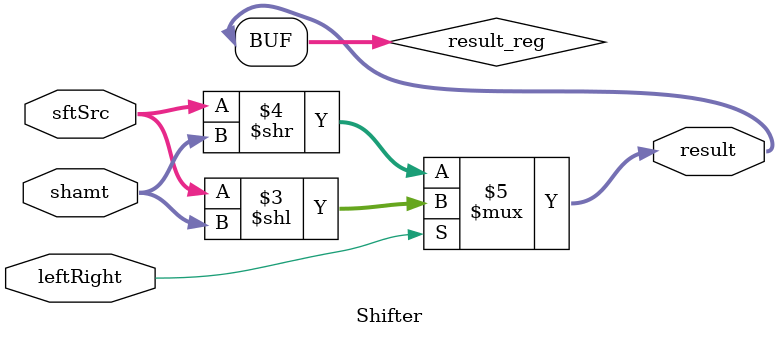
<source format=v>
module Shifter (
    result,
    leftRight,
    shamt,
    sftSrc
);

  //I/O ports
  output [32-1:0] result;

  input leftRight;
  input [5-1:0] shamt;
  input [32-1:0] sftSrc;

  //Internal Signals
  wire [32-1:0] result;
  //Main function
  /*your code here*/
  reg [31:0] result_reg;
  assign result = result_reg;
  
  always @(*) begin
    result_reg = (leftRight == 1'b1) ? (sftSrc << $unsigned(shamt)) : (sftSrc >> $unsigned(shamt));
  end

endmodule

</source>
